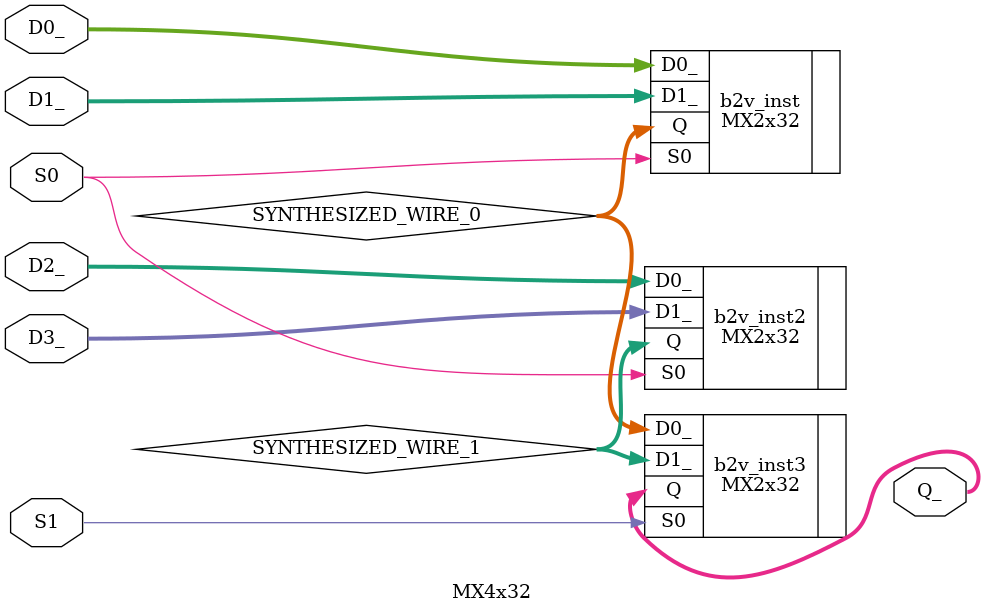
<source format=v>


module MX4x32(
	S1,
	S0,
	D0_,
	D1_,
	D2_,
	D3_,
	Q_
);


input wire	S1;
input wire	S0;
input wire	[31:0] D0_;
input wire	[31:0] D1_;
input wire	[31:0] D2_;
input wire	[31:0] D3_;
output wire	[31:0] Q_;

wire	[31:0] SYNTHESIZED_WIRE_0;
wire	[31:0] SYNTHESIZED_WIRE_1;





MX2x32	b2v_inst(
	.S0(S0),
	.D0_(D0_),
	.D1_(D1_),
	.Q(SYNTHESIZED_WIRE_0));


MX2x32	b2v_inst2(
	.S0(S0),
	.D0_(D2_),
	.D1_(D3_),
	.Q(SYNTHESIZED_WIRE_1));


MX2x32	b2v_inst3(
	.S0(S1),
	.D0_(SYNTHESIZED_WIRE_0),
	.D1_(SYNTHESIZED_WIRE_1),
	.Q(Q_));


endmodule

</source>
